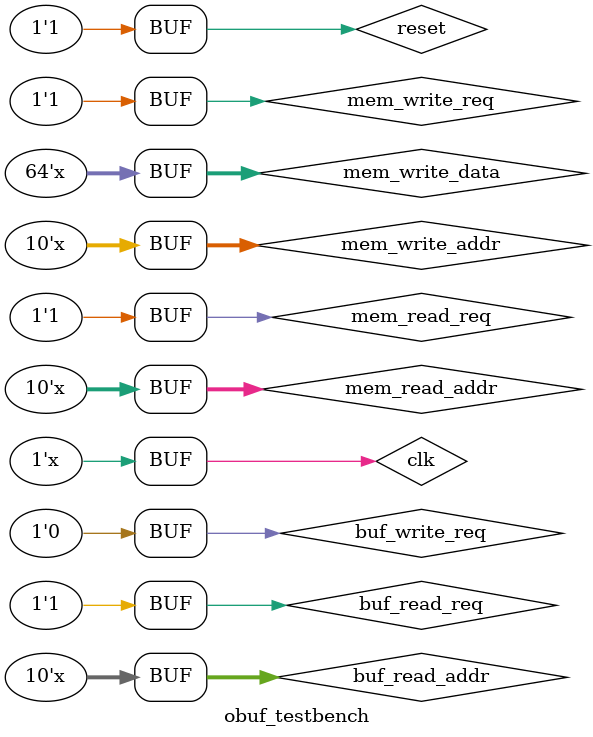
<source format=v>
`timescale 1ns / 1ps
module obuf_testbench(

    );

  parameter integer  TAG_W                        = 2;
  parameter integer  MEM_DATA_WIDTH               = 64;
  parameter integer  ARRAY_M                      = 2;
  parameter integer  DATA_WIDTH                   = 32;
  parameter integer  BUF_ADDR_WIDTH               = 10;

  parameter integer  GROUP_SIZE                   = MEM_DATA_WIDTH / DATA_WIDTH;
  parameter integer  GROUP_ID_W                   = GROUP_SIZE == 1 ? 0 : $clog2(GROUP_SIZE);
  parameter integer  BUF_ID_W                     = $clog2(ARRAY_M) - GROUP_ID_W;

  parameter integer  MEM_ADDR_WIDTH               = BUF_ADDR_WIDTH + BUF_ID_W;
  parameter integer  BUF_DATA_WIDTH               = ARRAY_M * DATA_WIDTH;
  
  
  reg clk=1,reset=0;
  reg mem_read_req=0,mem_write_req=0;
  reg buf_read_req=0,buf_write_req=0;
  
  wire[MEM_DATA_WIDTH -1 : 0 ] mem_read_data;
  wire[BUF_DATA_WIDTH -1 : 0 ] buf_read_data;
  
  reg[MEM_ADDR_WIDTH -1 : 0 ] mem_read_addr,mem_write_addr;
  reg [ BUF_ADDR_WIDTH -1 : 0 ] buf_read_addr,buf_write_addr;
  
  reg[ MEM_DATA_WIDTH -1 : 0 ] mem_write_data;
  reg [ BUF_DATA_WIDTH -1 : 0 ] buf_write_data;
  
  always#50 clk= ~clk; //pe:100;
  
  initial begin
    reset=1;
    #200;
    mem_write_req <=1;
    mem_write_addr <='d0;
    mem_write_data <= 'd0;
    repeat(8)begin
        #100;
        mem_write_addr <= mem_write_addr + 1'b1;
        mem_write_data <= mem_write_data + 1'b1;
    end
  end
  
  initial begin
    #300;
    mem_read_req <=1;buf_read_req<=1;//only read mem_req
    mem_read_addr <= 'd0;
    buf_read_addr <= 'd1;
    repeat(8)begin
        #100;
        mem_read_addr <= mem_read_addr + 1'b1;
        buf_read_addr <= buf_read_addr + 1'b1;
    end
    
  end
  
  obuf#(TAG_W,MEM_DATA_WIDTH,ARRAY_M,DATA_WIDTH,BUF_ADDR_WIDTH) 
    obuf_ins(clk,reset,mem_read_req,mem_read_addr,mem_read_data,mem_write_req,mem_write_addr,mem_write_data
           ,buf_read_req,buf_read_addr,buf_read_data,buf_write_req,buf_write_addr,buf_write_data);
           
           
  
endmodule
  
</source>
